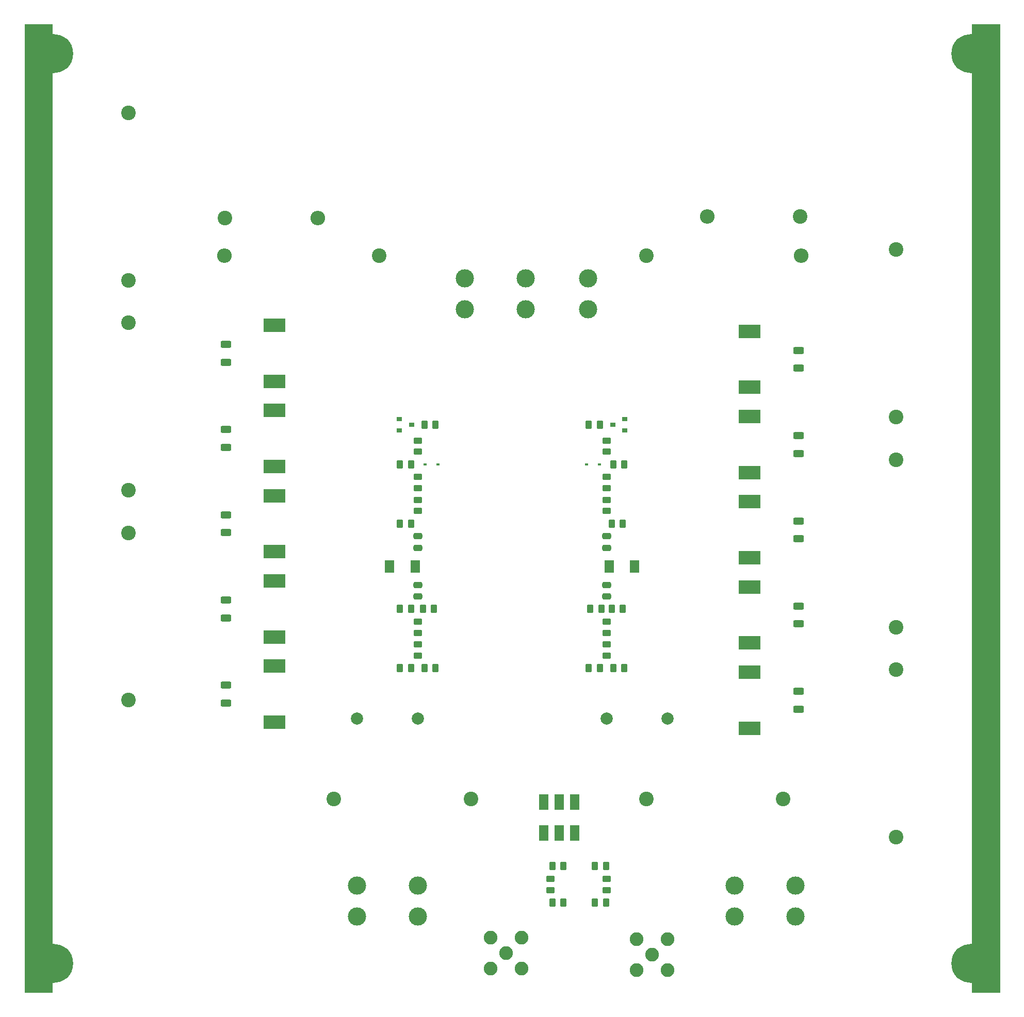
<source format=gbr>
%TF.GenerationSoftware,KiCad,Pcbnew,8.0.6*%
%TF.CreationDate,2024-12-10T22:17:20+01:00*%
%TF.ProjectId,lisn-pcb,6c69736e-2d70-4636-922e-6b696361645f,rev?*%
%TF.SameCoordinates,Original*%
%TF.FileFunction,Soldermask,Top*%
%TF.FilePolarity,Negative*%
%FSLAX46Y46*%
G04 Gerber Fmt 4.6, Leading zero omitted, Abs format (unit mm)*
G04 Created by KiCad (PCBNEW 8.0.6) date 2024-12-10 22:17:20*
%MOMM*%
%LPD*%
G01*
G04 APERTURE LIST*
G04 Aperture macros list*
%AMRoundRect*
0 Rectangle with rounded corners*
0 $1 Rounding radius*
0 $2 $3 $4 $5 $6 $7 $8 $9 X,Y pos of 4 corners*
0 Add a 4 corners polygon primitive as box body*
4,1,4,$2,$3,$4,$5,$6,$7,$8,$9,$2,$3,0*
0 Add four circle primitives for the rounded corners*
1,1,$1+$1,$2,$3*
1,1,$1+$1,$4,$5*
1,1,$1+$1,$6,$7*
1,1,$1+$1,$8,$9*
0 Add four rect primitives between the rounded corners*
20,1,$1+$1,$2,$3,$4,$5,0*
20,1,$1+$1,$4,$5,$6,$7,0*
20,1,$1+$1,$6,$7,$8,$9,0*
20,1,$1+$1,$8,$9,$2,$3,0*%
G04 Aperture macros list end*
%ADD10C,0.100000*%
%ADD11C,2.400000*%
%ADD12O,2.400000X2.400000*%
%ADD13RoundRect,0.250000X-0.475000X0.250000X-0.475000X-0.250000X0.475000X-0.250000X0.475000X0.250000X0*%
%ADD14R,0.600000X0.450000*%
%ADD15R,0.900000X0.800000*%
%ADD16C,3.000000*%
%ADD17R,1.650000X2.000000*%
%ADD18R,3.600000X2.300000*%
%ADD19RoundRect,0.249999X0.262501X0.450001X-0.262501X0.450001X-0.262501X-0.450001X0.262501X-0.450001X0*%
%ADD20RoundRect,0.249999X-0.450001X0.262501X-0.450001X-0.262501X0.450001X-0.262501X0.450001X0.262501X0*%
%ADD21RoundRect,0.249999X-0.262501X-0.450001X0.262501X-0.450001X0.262501X0.450001X-0.262501X0.450001X0*%
%ADD22RoundRect,0.249999X0.450001X-0.262501X0.450001X0.262501X-0.450001X0.262501X-0.450001X-0.262501X0*%
%ADD23RoundRect,0.249999X0.625001X-0.312501X0.625001X0.312501X-0.625001X0.312501X-0.625001X-0.312501X0*%
%ADD24R,1.650000X2.540000*%
%ADD25C,2.000000*%
%ADD26C,2.250000*%
%ADD27C,0.800000*%
%ADD28C,6.400000*%
G04 APERTURE END LIST*
D10*
X104500000Y-200000000D02*
X100000000Y-200000000D01*
X100000000Y-41000000D01*
X104500000Y-41000000D01*
X104500000Y-200000000D01*
G36*
X104500000Y-200000000D02*
G01*
X100000000Y-200000000D01*
X100000000Y-41000000D01*
X104500000Y-41000000D01*
X104500000Y-200000000D01*
G37*
X260000000Y-200000000D02*
X255500000Y-200000000D01*
X255500000Y-41000000D01*
X260000000Y-41000000D01*
X260000000Y-200000000D01*
G36*
X260000000Y-200000000D02*
G01*
X255500000Y-200000000D01*
X255500000Y-41000000D01*
X260000000Y-41000000D01*
X260000000Y-200000000D01*
G37*
D11*
%TO.C,R44*%
X227240000Y-72500000D03*
D12*
X212000000Y-72500000D03*
%TD*%
D11*
%TO.C,C1*%
X117000000Y-117500000D03*
X117000000Y-90000000D03*
%TD*%
%TO.C,C2*%
X117000000Y-152000000D03*
X117000000Y-124500000D03*
%TD*%
%TO.C,C3*%
X117000000Y-55500000D03*
X117000000Y-83000000D03*
%TD*%
%TO.C,C4*%
X243000000Y-174500000D03*
X243000000Y-147000000D03*
%TD*%
%TO.C,C5*%
X243000000Y-112500000D03*
X243000000Y-140000000D03*
%TD*%
%TO.C,C6*%
X243000000Y-105500000D03*
X243000000Y-78000000D03*
%TD*%
D13*
%TO.C,C7*%
X164500000Y-134950000D03*
X164500000Y-133050000D03*
%TD*%
%TO.C,C8*%
X164500000Y-126950000D03*
X164500000Y-125050000D03*
%TD*%
D11*
%TO.C,C9*%
X173250000Y-168250000D03*
X150750000Y-168250000D03*
%TD*%
D13*
%TO.C,C10*%
X195500000Y-134950000D03*
X195500000Y-133050000D03*
%TD*%
%TO.C,C11*%
X195500000Y-126950000D03*
X195500000Y-125050000D03*
%TD*%
D11*
%TO.C,C12*%
X202000000Y-168250000D03*
X224500000Y-168250000D03*
%TD*%
D14*
%TO.C,D1*%
X167800000Y-113250000D03*
X165700000Y-113250000D03*
%TD*%
D15*
%TO.C,D2*%
X163500000Y-106750000D03*
X161500000Y-107700000D03*
X161500000Y-105800000D03*
%TD*%
D14*
%TO.C,D3*%
X192200000Y-113250000D03*
X194300000Y-113250000D03*
%TD*%
D15*
%TO.C,D4*%
X196500000Y-106750000D03*
X198500000Y-105800000D03*
X198500000Y-107700000D03*
%TD*%
D16*
%TO.C,J3*%
X172250000Y-82710000D03*
X172250000Y-87790000D03*
%TD*%
%TO.C,J4*%
X192500000Y-82710000D03*
X192500000Y-87790000D03*
%TD*%
%TO.C,J5*%
X182250000Y-82710000D03*
X182250000Y-87790000D03*
%TD*%
%TO.C,J6*%
X154500000Y-187540000D03*
X154500000Y-182460000D03*
%TD*%
%TO.C,J7*%
X226500000Y-182460000D03*
X226500000Y-187540000D03*
%TD*%
D17*
%TO.C,L1*%
X159900000Y-130000000D03*
X164100000Y-130000000D03*
%TD*%
D18*
%TO.C,L2*%
X141000000Y-99600000D03*
X141000000Y-90400000D03*
%TD*%
%TO.C,L3*%
X141000000Y-113600000D03*
X141000000Y-104400000D03*
%TD*%
%TO.C,L4*%
X141000000Y-127600000D03*
X141000000Y-118400000D03*
%TD*%
%TO.C,L5*%
X141000000Y-141600000D03*
X141000000Y-132400000D03*
%TD*%
%TO.C,L6*%
X141000000Y-155600000D03*
X141000000Y-146400000D03*
%TD*%
D17*
%TO.C,L7*%
X200100000Y-130000000D03*
X195900000Y-130000000D03*
%TD*%
D11*
%TO.C,R1*%
X158200000Y-79000000D03*
D12*
X132800000Y-79000000D03*
%TD*%
%TO.C,R2*%
X227400000Y-79000000D03*
D11*
X202000000Y-79000000D03*
%TD*%
D19*
%TO.C,R3*%
X193587500Y-179250000D03*
X195412500Y-179250000D03*
%TD*%
D20*
%TO.C,R4*%
X195500000Y-183162500D03*
X195500000Y-181337500D03*
%TD*%
D21*
%TO.C,R5*%
X188412500Y-179250000D03*
X186587500Y-179250000D03*
%TD*%
D19*
%TO.C,R6*%
X193587500Y-185250000D03*
X195412500Y-185250000D03*
%TD*%
D20*
%TO.C,R7*%
X186250000Y-183162500D03*
X186250000Y-181337500D03*
%TD*%
D21*
%TO.C,R8*%
X188412500Y-185250000D03*
X186587500Y-185250000D03*
%TD*%
D19*
%TO.C,R9*%
X161587500Y-146750000D03*
X163412500Y-146750000D03*
%TD*%
D21*
%TO.C,R10*%
X167412500Y-146750000D03*
X165587500Y-146750000D03*
%TD*%
D20*
%TO.C,R11*%
X164500000Y-144662500D03*
X164500000Y-142837500D03*
%TD*%
%TO.C,R12*%
X164500000Y-140912500D03*
X164500000Y-139087500D03*
%TD*%
D21*
%TO.C,R13*%
X167162500Y-137000000D03*
X165337500Y-137000000D03*
%TD*%
D19*
%TO.C,R14*%
X161587500Y-137000000D03*
X163412500Y-137000000D03*
%TD*%
%TO.C,R15*%
X161587500Y-123000000D03*
X163412500Y-123000000D03*
%TD*%
D22*
%TO.C,R16*%
X164500000Y-119087500D03*
X164500000Y-120912500D03*
%TD*%
%TO.C,R17*%
X164500000Y-115337500D03*
X164500000Y-117162500D03*
%TD*%
D19*
%TO.C,R18*%
X161587500Y-113250000D03*
X163412500Y-113250000D03*
%TD*%
D20*
%TO.C,R19*%
X164500000Y-111162500D03*
X164500000Y-109337500D03*
%TD*%
D21*
%TO.C,R20*%
X167412500Y-106750000D03*
X165587500Y-106750000D03*
%TD*%
D23*
%TO.C,R21*%
X133000000Y-93537500D03*
X133000000Y-96462500D03*
%TD*%
%TO.C,R22*%
X133000000Y-107537500D03*
X133000000Y-110462500D03*
%TD*%
%TO.C,R23*%
X133000000Y-121537500D03*
X133000000Y-124462500D03*
%TD*%
%TO.C,R24*%
X133000000Y-135537500D03*
X133000000Y-138462500D03*
%TD*%
%TO.C,R25*%
X133000000Y-149537500D03*
X133000000Y-152462500D03*
%TD*%
D19*
%TO.C,R26*%
X192587500Y-146750000D03*
X194412500Y-146750000D03*
%TD*%
D21*
%TO.C,R27*%
X198412500Y-146750000D03*
X196587500Y-146750000D03*
%TD*%
D20*
%TO.C,R28*%
X195500000Y-144662500D03*
X195500000Y-142837500D03*
%TD*%
%TO.C,R29*%
X195500000Y-140912500D03*
X195500000Y-139087500D03*
%TD*%
D19*
%TO.C,R30*%
X192837500Y-137000000D03*
X194662500Y-137000000D03*
%TD*%
D21*
%TO.C,R31*%
X198162500Y-137000000D03*
X196337500Y-137000000D03*
%TD*%
%TO.C,R32*%
X198162500Y-123000000D03*
X196337500Y-123000000D03*
%TD*%
D22*
%TO.C,R33*%
X195500000Y-119087500D03*
X195500000Y-120912500D03*
%TD*%
%TO.C,R34*%
X195500000Y-115337500D03*
X195500000Y-117162500D03*
%TD*%
D21*
%TO.C,R35*%
X198412500Y-113250000D03*
X196587500Y-113250000D03*
%TD*%
D20*
%TO.C,R36*%
X195500000Y-111162500D03*
X195500000Y-109337500D03*
%TD*%
D19*
%TO.C,R37*%
X192587500Y-106750000D03*
X194412500Y-106750000D03*
%TD*%
D24*
%TO.C,TR1*%
X185210000Y-173790000D03*
X187750000Y-173790000D03*
X190290000Y-173790000D03*
X190290000Y-168710000D03*
X187750000Y-168710000D03*
X185210000Y-168710000D03*
%TD*%
D25*
%TO.C,GD1*%
X154500000Y-155000000D03*
X164500000Y-155000000D03*
%TD*%
D18*
%TO.C,L11*%
X219000000Y-142600000D03*
X219000000Y-133400000D03*
%TD*%
%TO.C,L9*%
X219000000Y-114600000D03*
X219000000Y-105400000D03*
%TD*%
%TO.C,L12*%
X219000000Y-156600000D03*
X219000000Y-147400000D03*
%TD*%
%TO.C,L10*%
X219000000Y-128600000D03*
X219000000Y-119400000D03*
%TD*%
%TO.C,L8*%
X219000000Y-100600000D03*
X219000000Y-91400000D03*
%TD*%
D23*
%TO.C,R42*%
X227000000Y-150537500D03*
X227000000Y-153462500D03*
%TD*%
%TO.C,R38*%
X227000000Y-94537500D03*
X227000000Y-97462500D03*
%TD*%
%TO.C,R40*%
X227000000Y-122537500D03*
X227000000Y-125462500D03*
%TD*%
%TO.C,R39*%
X227000000Y-108537500D03*
X227000000Y-111462500D03*
%TD*%
%TO.C,R41*%
X227000000Y-136537500D03*
X227000000Y-139462500D03*
%TD*%
D25*
%TO.C,GD2*%
X205500000Y-155000000D03*
X195500000Y-155000000D03*
%TD*%
D26*
%TO.C,J1*%
X200460000Y-191210000D03*
X200460000Y-196290000D03*
X205540000Y-191210000D03*
X205540000Y-196290000D03*
X203000000Y-193750000D03*
%TD*%
%TO.C,J2*%
X176460000Y-190960000D03*
X176460000Y-196040000D03*
X181540000Y-190960000D03*
X181540000Y-196040000D03*
X179000000Y-193500000D03*
%TD*%
D16*
%TO.C,J8*%
X164500000Y-182460000D03*
X164500000Y-187540000D03*
%TD*%
%TO.C,J9*%
X216500000Y-182460000D03*
X216500000Y-187540000D03*
%TD*%
D27*
%TO.C,H1*%
X257750000Y-195250000D03*
X257000000Y-197000000D03*
X257000000Y-193500000D03*
X255250000Y-197750000D03*
D28*
X255250000Y-195250000D03*
D27*
X255250000Y-192750000D03*
X253500000Y-197000000D03*
X253500000Y-193500000D03*
X252750000Y-195250000D03*
%TD*%
%TO.C,H2*%
X107250000Y-45750000D03*
X106500000Y-47500000D03*
X106500000Y-44000000D03*
X104750000Y-48250000D03*
D28*
X104750000Y-45750000D03*
D27*
X104750000Y-43250000D03*
X103000000Y-47500000D03*
X103000000Y-44000000D03*
X102250000Y-45750000D03*
%TD*%
%TO.C,H3*%
X107250000Y-195250000D03*
X106500000Y-197000000D03*
X106500000Y-193500000D03*
X104750000Y-197750000D03*
D28*
X104750000Y-195250000D03*
D27*
X104750000Y-192750000D03*
X103000000Y-197000000D03*
X103000000Y-193500000D03*
X102250000Y-195250000D03*
%TD*%
%TO.C,H4*%
X257750000Y-45750000D03*
X257000000Y-47500000D03*
X257000000Y-44000000D03*
X255250000Y-48250000D03*
D28*
X255250000Y-45750000D03*
D27*
X255250000Y-43250000D03*
X253500000Y-47500000D03*
X253500000Y-44000000D03*
X252750000Y-45750000D03*
%TD*%
D12*
%TO.C,R43*%
X148120000Y-72800000D03*
D11*
X132880000Y-72800000D03*
%TD*%
M02*

</source>
